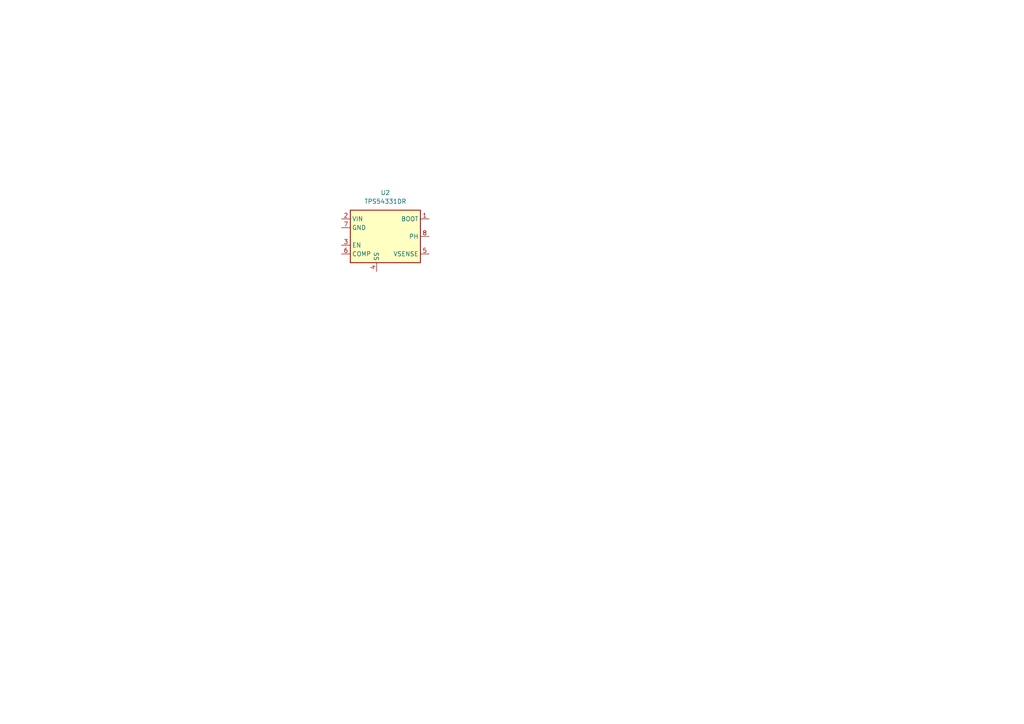
<source format=kicad_sch>
(kicad_sch (version 20231120) (generator "eeschema") (generator_version "8.0")
  (paper "A4")
  (lib_symbols
    (symbol "charge_battery_sym_lib:TPS54331DR"
      (property "Reference" "U" (at 1.27 16.51 0))
      (property "Value" "TPS54331DR" (at 13.97 16.51 0))
      (symbol "TPS54331DR_1_1"
        (rectangle (start 0 15.24) (end 20.32 0) (stroke (width 0.254)) (fill (type background)))
        (pin output line (at 22.86 12.7 180) (length 2.54) (name "BOOT") (number "1"))
        (pin power_in line (at -2.54 12.7 0) (length 2.54) (name "VIN") (number "2"))
        (pin output line (at -2.54 5.08 0) (length 2.54) (name "EN") (number "3"))
        (pin power_in line (at 7.62 -2.54 90) (length 2.54) (name "SS") (number "4"))
        (pin input line (at 22.86 2.54 180) (length 2.54) (name "VSENSE") (number "5"))
        (pin output line (at -2.54 2.54 0) (length 2.54) (name "COMP") (number "6"))
        (pin power_in line (at -2.54 10.16 0) (length 2.54) (name "GND") (number "7"))
        (pin output line (at 22.86 7.62 180) (length 2.54) (name "PH") (number "8"))
      )
    )
  )
  (symbol (lib_id "charge_battery_sym_lib:TPS54331DR") (at 101.6 76.2 0) (unit 1)
    (property "Reference" "U2" (at 111.76 55.88 0))
    (property "Value" "TPS54331DR" (at 111.76 58.42 0))
    (property "Footprint" "charge_battery_footprint_lib:SOIC-8" (effects (hide yes)))
    (property "Datasheet" "http://www.ti.com/lit/ds/symlink/tps54336a.pdf" (effects (hide yes)))
    (property "Description" "4.5V to 28V Input, 3A, Synchronous Step-Down Converter with Eco-mode(tm)" (effects (hide yes)))
    (property "Supply name" "Thegioiic" (effects (hide yes)))
    (property "Supply part name" "TPS54331DR IC Điều Chỉnh Giảm Áp 3A 8-SOIC" (effects (hide yes)))
    (property "Supply URL" "https://thegioiic.com/tps54331dr-ic-dieu-chinh-giam-ap-3a-8-soic" (effects (hide yes)))
  )
)
</source>
